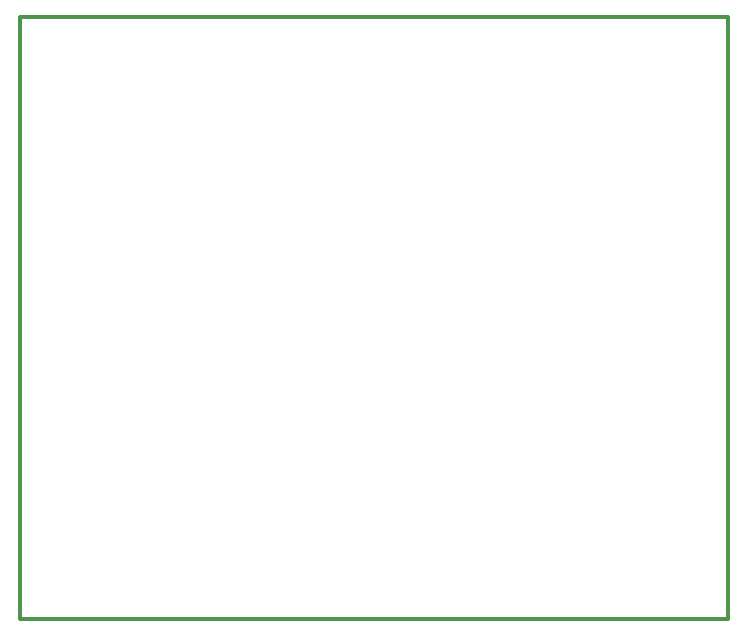
<source format=gbr>
G04 #@! TF.GenerationSoftware,KiCad,Pcbnew,5.1.6-c6e7f7d~87~ubuntu20.04.1*
G04 #@! TF.CreationDate,2020-08-09T17:29:32-07:00*
G04 #@! TF.ProjectId,artix7-pcie-v2,61727469-7837-42d7-9063-69652d76322e,rev?*
G04 #@! TF.SameCoordinates,PX69f4060PY6b00940*
G04 #@! TF.FileFunction,Profile,NP*
%FSLAX46Y46*%
G04 Gerber Fmt 4.6, Leading zero omitted, Abs format (unit mm)*
G04 Created by KiCad (PCBNEW 5.1.6-c6e7f7d~87~ubuntu20.04.1) date 2020-08-09 17:29:32*
%MOMM*%
%LPD*%
G01*
G04 APERTURE LIST*
G04 #@! TA.AperFunction,Profile*
%ADD10C,0.300000*%
G04 #@! TD*
G04 APERTURE END LIST*
D10*
X59990000Y50890000D02*
X59990000Y-110000D01*
X-10000Y50890000D02*
X-10000Y-110000D01*
X59990000Y50890000D02*
X-10000Y50890000D01*
X-10000Y-110000D02*
X59990000Y-110000D01*
M02*

</source>
